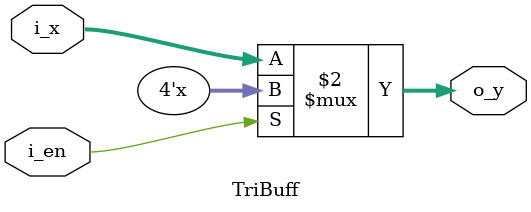
<source format=v>
`timescale 1ns / 1ps

module TriBuff(
    input [3:0] i_x,
    input i_en,
    output [3:0] o_y
    );

    // 4'bzzzz >> z = high impedence
    assign o_y = (i_en == 1'b1) ? 4'bzzzz : i_x;


endmodule

</source>
